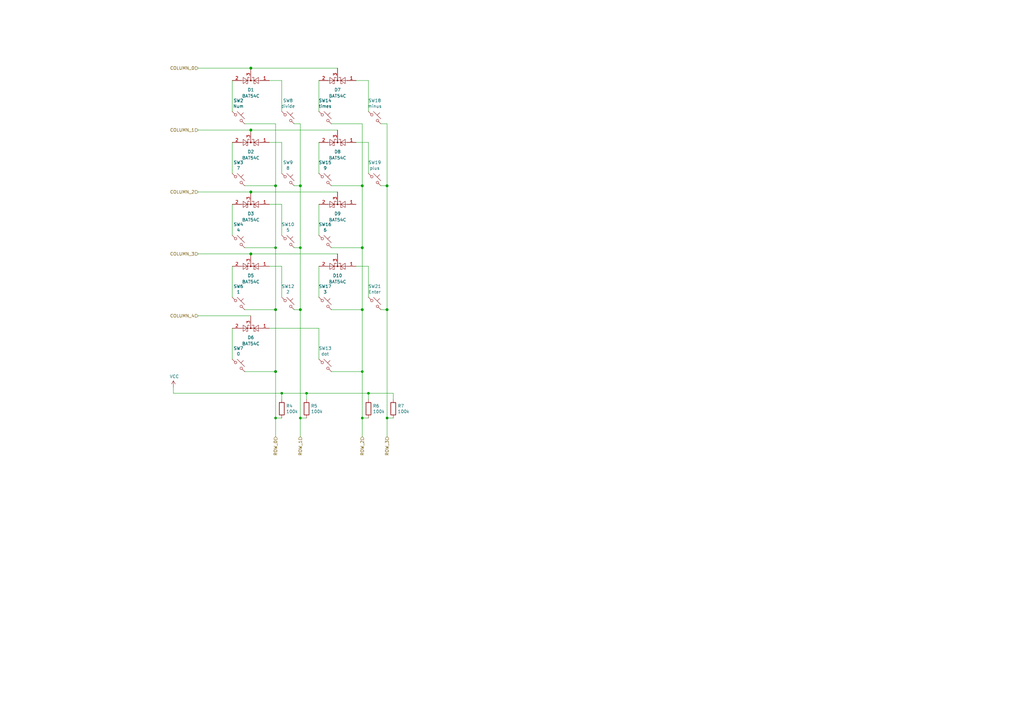
<source format=kicad_sch>
(kicad_sch (version 20210126) (generator eeschema)
  (paper "A3")
  (lib_symbols
    (symbol "Device:R" (pin_numbers hide) (pin_names (offset 0))
      (property "Reference" "R" (at 2.032 0 90))
      (property "Value" "R" (at 0 0 90))
      (symbol "R_0_1"
        (rectangle (start -1.016 -2.54) (end 1.016 2.54) (stroke (width 0.254)))
      )
      (symbol "R_1_1"
        (pin passive line (at 0 3.81 270) (length 1.27) (name "~") (number "1"))
        (pin passive line (at 0 -3.81 90) (length 1.27) (name "~") (number "2"))
      )
    )
    (symbol "Diode:BAT54C" (pin_names (offset 1.016))
      (property "Reference" "D" (at 0.635 -3.81 0))
      (property "Value" "BAT54C" (at -6.35 3.175 0))
      (symbol "BAT54C_0_1"
        (circle (center 0 0) (radius 0.254) (fill (type outline)))
        (polyline (pts (xy -1.905 0) (xy 1.905 0)))
        (polyline (pts (xy -1.905 1.27) (xy -1.905 1.016)))
        (polyline (pts (xy -1.27 -1.27) (xy -0.635 -1.27)))
        (polyline (pts (xy -1.27 0) (xy -3.81 0)))
        (polyline (pts (xy -1.27 1.27) (xy -1.905 1.27)))
        (polyline (pts (xy -1.27 1.27) (xy -1.27 -1.27)))
        (polyline (pts (xy -0.635 -1.27) (xy -0.635 -1.016)))
        (polyline (pts (xy 0.635 -1.27) (xy 0.635 -1.016)))
        (polyline (pts (xy 1.27 -1.27) (xy 0.635 -1.27)))
        (polyline (pts (xy 1.27 1.27) (xy 1.27 -1.27)))
        (polyline (pts (xy 1.27 1.27) (xy 1.905 1.27)))
        (polyline (pts (xy 1.905 1.27) (xy 1.905 1.016)))
        (polyline (pts (xy 3.81 0) (xy 1.27 0)))
        (polyline (pts (xy -3.175 -1.27) (xy -3.175 1.27) (xy -1.27 0) (xy -3.175 -1.27)))
        (polyline (pts (xy 3.175 -1.27) (xy 3.175 1.27) (xy 1.27 0) (xy 3.175 -1.27)))
      )
      (symbol "BAT54C_1_1"
        (pin passive line (at -7.62 0 0) (length 3.81) (name "~") (number "1"))
        (pin passive line (at 7.62 0 180) (length 3.81) (name "~") (number "2"))
        (pin passive line (at 0 -5.08 90) (length 5.08) (name "~") (number "3"))
      )
    )
    (symbol "Switch:SW_Push_45deg" (pin_numbers hide) (pin_names (offset 1.016) hide)
      (property "Reference" "SW" (at 3.048 1.016 0))
      (property "Value" "SW_Push_45deg" (at 0 -3.81 0))
      (symbol "SW_Push_45deg_0_1"
        (circle (center -1.1684 1.1684) (radius 0.508))
        (circle (center 1.143 -1.1938) (radius 0.508))
        (polyline (pts (xy -0.508 2.54) (xy 2.54 -0.508)))
        (polyline (pts (xy 1.016 1.016) (xy 2.032 2.032)))
        (polyline (pts (xy -2.54 2.54) (xy -1.524 1.524) (xy -1.524 1.524)))
        (polyline (pts (xy 1.524 -1.524) (xy 2.54 -2.54) (xy 2.54 -2.54) (xy 2.54 -2.54)))
        (pin passive line (at -2.54 2.54 0) (length 0) (name "1") (number "1"))
        (pin passive line (at 2.54 -2.54 180) (length 0) (name "2") (number "2"))
      )
    )
    (symbol "power:VCC" (power) (pin_names (offset 0))
      (property "Value" "VCC" (at 0 3.81 0))
      (symbol "VCC_0_1"
        (polyline (pts (xy -0.762 1.27) (xy 0 2.54)))
        (polyline (pts (xy 0 0) (xy 0 2.54)))
        (polyline (pts (xy 0 2.54) (xy 0.762 1.27)))
      )
      (symbol "VCC_1_1"
        (pin power_in line (at 0 0 90) (length 0) hide (name "VCC") (number "1"))
      )
    )
  )
  (junction (at 102.87 27.94) (diameter 1.016))
  (junction (at 102.87 53.34) (diameter 1.016))
  (junction (at 102.87 78.74) (diameter 1.016))
  (junction (at 102.87 104.14) (diameter 1.016))
  (junction (at 113.03 76.2) (diameter 1.016))
  (junction (at 113.03 101.6) (diameter 0.9144))
  (junction (at 113.03 127) (diameter 1.016))
  (junction (at 113.03 152.4) (diameter 1.016))
  (junction (at 113.03 171.45) (diameter 0.9144))
  (junction (at 115.57 161.29) (diameter 0.9144))
  (junction (at 123.19 76.2) (diameter 1.016))
  (junction (at 123.19 101.6) (diameter 0.9144))
  (junction (at 123.19 127) (diameter 1.016))
  (junction (at 123.19 171.45) (diameter 0.9144))
  (junction (at 125.73 161.29) (diameter 0.9144))
  (junction (at 148.59 76.2) (diameter 1.016))
  (junction (at 148.59 101.6) (diameter 1.016))
  (junction (at 148.59 127) (diameter 1.016))
  (junction (at 148.59 152.4) (diameter 0.9144))
  (junction (at 148.59 171.45) (diameter 0.9144))
  (junction (at 151.13 161.29) (diameter 0.9144))
  (junction (at 158.75 76.2) (diameter 1.016))
  (junction (at 158.75 127) (diameter 1.016))
  (junction (at 158.75 171.45) (diameter 0.9144))
  (wire (pts (xy 71.12 161.29) (xy 71.12 158.75)))
  (wire (pts (xy 81.28 53.34) (xy 102.87 53.34)))
  (wire (pts (xy 81.28 78.74) (xy 102.87 78.74)))
  (wire (pts (xy 81.28 104.14) (xy 102.87 104.14)))
  (wire (pts (xy 81.28 129.54) (xy 102.87 129.54)))
  (wire (pts (xy 95.25 33.02) (xy 95.25 45.72)))
  (wire (pts (xy 95.25 58.42) (xy 95.25 71.12)))
  (wire (pts (xy 95.25 83.82) (xy 95.25 96.52)))
  (wire (pts (xy 95.25 109.22) (xy 95.25 121.92)))
  (wire (pts (xy 95.25 134.62) (xy 95.25 147.32)))
  (wire (pts (xy 100.33 50.8) (xy 113.03 50.8)))
  (wire (pts (xy 100.33 76.2) (xy 113.03 76.2)))
  (wire (pts (xy 100.33 101.6) (xy 113.03 101.6)))
  (wire (pts (xy 100.33 127) (xy 113.03 127)))
  (wire (pts (xy 100.33 152.4) (xy 113.03 152.4)))
  (wire (pts (xy 102.87 27.94) (xy 81.28 27.94)))
  (wire (pts (xy 102.87 27.94) (xy 138.43 27.94)))
  (wire (pts (xy 102.87 53.34) (xy 138.43 53.34)))
  (wire (pts (xy 102.87 78.74) (xy 138.43 78.74)))
  (wire (pts (xy 102.87 104.14) (xy 138.43 104.14)))
  (wire (pts (xy 110.49 33.02) (xy 115.57 33.02)))
  (wire (pts (xy 110.49 58.42) (xy 115.57 58.42)))
  (wire (pts (xy 110.49 83.82) (xy 115.57 83.82)))
  (wire (pts (xy 110.49 109.22) (xy 115.57 109.22)))
  (wire (pts (xy 110.49 134.62) (xy 130.81 134.62)))
  (wire (pts (xy 113.03 50.8) (xy 113.03 76.2)))
  (wire (pts (xy 113.03 76.2) (xy 113.03 101.6)))
  (wire (pts (xy 113.03 101.6) (xy 113.03 127)))
  (wire (pts (xy 113.03 127) (xy 113.03 152.4)))
  (wire (pts (xy 113.03 152.4) (xy 113.03 171.45)))
  (wire (pts (xy 113.03 171.45) (xy 113.03 179.07)))
  (wire (pts (xy 113.03 171.45) (xy 115.57 171.45)))
  (wire (pts (xy 115.57 33.02) (xy 115.57 45.72)))
  (wire (pts (xy 115.57 58.42) (xy 115.57 71.12)))
  (wire (pts (xy 115.57 83.82) (xy 115.57 96.52)))
  (wire (pts (xy 115.57 109.22) (xy 115.57 121.92)))
  (wire (pts (xy 115.57 161.29) (xy 71.12 161.29)))
  (wire (pts (xy 115.57 161.29) (xy 115.57 163.83)))
  (wire (pts (xy 115.57 161.29) (xy 125.73 161.29)))
  (wire (pts (xy 120.65 50.8) (xy 123.19 50.8)))
  (wire (pts (xy 120.65 76.2) (xy 123.19 76.2)))
  (wire (pts (xy 120.65 101.6) (xy 123.19 101.6)))
  (wire (pts (xy 120.65 127) (xy 123.19 127)))
  (wire (pts (xy 123.19 50.8) (xy 123.19 76.2)))
  (wire (pts (xy 123.19 76.2) (xy 123.19 101.6)))
  (wire (pts (xy 123.19 101.6) (xy 123.19 127)))
  (wire (pts (xy 123.19 127) (xy 123.19 171.45)))
  (wire (pts (xy 123.19 171.45) (xy 123.19 179.07)))
  (wire (pts (xy 123.19 171.45) (xy 125.73 171.45)))
  (wire (pts (xy 125.73 161.29) (xy 125.73 163.83)))
  (wire (pts (xy 125.73 161.29) (xy 151.13 161.29)))
  (wire (pts (xy 130.81 33.02) (xy 130.81 45.72)))
  (wire (pts (xy 130.81 58.42) (xy 130.81 71.12)))
  (wire (pts (xy 130.81 83.82) (xy 130.81 96.52)))
  (wire (pts (xy 130.81 109.22) (xy 130.81 121.92)))
  (wire (pts (xy 130.81 134.62) (xy 130.81 147.32)))
  (wire (pts (xy 135.89 50.8) (xy 148.59 50.8)))
  (wire (pts (xy 135.89 76.2) (xy 148.59 76.2)))
  (wire (pts (xy 135.89 101.6) (xy 148.59 101.6)))
  (wire (pts (xy 135.89 127) (xy 148.59 127)))
  (wire (pts (xy 135.89 152.4) (xy 148.59 152.4)))
  (wire (pts (xy 146.05 33.02) (xy 151.13 33.02)))
  (wire (pts (xy 146.05 58.42) (xy 151.13 58.42)))
  (wire (pts (xy 146.05 109.22) (xy 151.13 109.22)))
  (wire (pts (xy 148.59 50.8) (xy 148.59 76.2)))
  (wire (pts (xy 148.59 76.2) (xy 148.59 101.6)))
  (wire (pts (xy 148.59 101.6) (xy 148.59 127)))
  (wire (pts (xy 148.59 127) (xy 148.59 152.4)))
  (wire (pts (xy 148.59 152.4) (xy 148.59 171.45)))
  (wire (pts (xy 148.59 171.45) (xy 148.59 179.07)))
  (wire (pts (xy 148.59 171.45) (xy 151.13 171.45)))
  (wire (pts (xy 151.13 33.02) (xy 151.13 45.72)))
  (wire (pts (xy 151.13 58.42) (xy 151.13 71.12)))
  (wire (pts (xy 151.13 109.22) (xy 151.13 121.92)))
  (wire (pts (xy 151.13 161.29) (xy 151.13 163.83)))
  (wire (pts (xy 151.13 161.29) (xy 161.29 161.29)))
  (wire (pts (xy 156.21 50.8) (xy 158.75 50.8)))
  (wire (pts (xy 156.21 76.2) (xy 158.75 76.2)))
  (wire (pts (xy 156.21 127) (xy 158.75 127)))
  (wire (pts (xy 158.75 50.8) (xy 158.75 76.2)))
  (wire (pts (xy 158.75 76.2) (xy 158.75 127)))
  (wire (pts (xy 158.75 127) (xy 158.75 171.45)))
  (wire (pts (xy 158.75 171.45) (xy 158.75 179.07)))
  (wire (pts (xy 158.75 171.45) (xy 161.29 171.45)))
  (wire (pts (xy 161.29 161.29) (xy 161.29 163.83)))
  (hierarchical_label "COLUMN_0" (shape input) (at 81.28 27.94 180))
  (hierarchical_label "COLUMN_1" (shape input) (at 81.28 53.34 180))
  (hierarchical_label "COLUMN_2" (shape input) (at 81.28 78.74 180))
  (hierarchical_label "COLUMN_3" (shape input) (at 81.28 104.14 180))
  (hierarchical_label "COLUMN_4" (shape input) (at 81.28 129.54 180))
  (hierarchical_label "ROW_0" (shape input) (at 113.03 179.07 270))
  (hierarchical_label "ROW_1" (shape input) (at 123.19 179.07 270))
  (hierarchical_label "ROW_2" (shape input) (at 148.59 179.07 270))
  (hierarchical_label "ROW_3" (shape input) (at 158.75 179.07 270))
  (symbol (lib_id "power:VCC") (at 71.12 158.75 0) (unit 1)
    (property "Reference" "#PWR0114" (effects hide))
    (property "Value" "VCC" (at 71.4883 154.4256 0))
  )
  (symbol (lib_id "Device:R") (at 115.57 167.64 0) (unit 1)
    (property "Reference" "R4" (at 117.3481 166.4906 0) (effects (justify left)))
    (property "Value" "100k" (at 117.3481 168.7893 0) (effects (justify left)))
    (property "Footprint" "Resistor_SMD:R_0603_1608Metric_Pad0.98x0.95mm_HandSolder" (effects hide))
  )
  (symbol (lib_id "Device:R") (at 125.73 167.64 0) (unit 1)
    (property "Reference" "R5" (at 127.5081 166.4906 0) (effects (justify left)))
    (property "Value" "100k" (at 127.5081 168.7893 0) (effects (justify left)))
    (property "Footprint" "Resistor_SMD:R_0603_1608Metric_Pad0.98x0.95mm_HandSolder" (effects hide))
  )
  (symbol (lib_id "Device:R") (at 151.13 167.64 0) (unit 1)
    (property "Reference" "R6" (at 152.9081 166.4906 0) (effects (justify left)))
    (property "Value" "100k" (at 152.9081 168.7893 0) (effects (justify left)))
    (property "Footprint" "Resistor_SMD:R_0603_1608Metric_Pad0.98x0.95mm_HandSolder" (effects hide))
  )
  (symbol (lib_id "Device:R") (at 161.29 167.64 0) (unit 1)
    (property "Reference" "R7" (at 163.0681 166.4906 0) (effects (justify left)))
    (property "Value" "100k" (at 163.0681 168.7893 0) (effects (justify left)))
    (property "Footprint" "Resistor_SMD:R_0603_1608Metric_Pad0.98x0.95mm_HandSolder" (effects hide))
  )
  (symbol (lib_id "Switch:SW_Push_45deg") (at 97.79 48.26 0) (unit 1)
    (property "Reference" "SW2" (at 97.79 41.2558 0))
    (property "Value" "Num" (at 97.79 43.555 0))
    (property "Footprint" "footprints:SW_Cherry_MX_1.00u_PCB" (effects hide))
  )
  (symbol (lib_id "Switch:SW_Push_45deg") (at 97.79 73.66 0) (unit 1)
    (property "Reference" "SW3" (at 97.79 66.6558 0))
    (property "Value" "7" (at 97.79 68.954 0))
    (property "Footprint" "footprints:SW_Cherry_MX_1.00u_PCB" (effects hide))
  )
  (symbol (lib_id "Switch:SW_Push_45deg") (at 97.79 99.06 0) (unit 1)
    (property "Reference" "SW4" (at 97.79 92.0558 0))
    (property "Value" "4" (at 97.79 94.354 0))
    (property "Footprint" "footprints:SW_Cherry_MX_1.00u_PCB" (effects hide))
  )
  (symbol (lib_id "Switch:SW_Push_45deg") (at 97.79 124.46 0) (unit 1)
    (property "Reference" "SW6" (at 97.79 117.4558 0))
    (property "Value" "1" (at 97.79 119.754 0))
    (property "Footprint" "footprints:SW_Cherry_MX_1.00u_PCB" (effects hide))
  )
  (symbol (lib_id "Switch:SW_Push_45deg") (at 97.79 149.86 0) (unit 1)
    (property "Reference" "SW7" (at 97.79 142.8558 0))
    (property "Value" "0" (at 97.79 145.154 0))
    (property "Footprint" "footprints:SW_Cherry_MX_2.00u_PCB" (effects hide))
  )
  (symbol (lib_id "Switch:SW_Push_45deg") (at 118.11 48.26 0) (unit 1)
    (property "Reference" "SW8" (at 118.11 41.2558 0))
    (property "Value" "divide" (at 118.11 43.555 0))
    (property "Footprint" "footprints:SW_Cherry_MX_1.00u_PCB" (effects hide))
  )
  (symbol (lib_id "Switch:SW_Push_45deg") (at 118.11 73.66 0) (unit 1)
    (property "Reference" "SW9" (at 118.11 66.6558 0))
    (property "Value" "8" (at 118.11 68.954 0))
    (property "Footprint" "footprints:SW_Cherry_MX_1.00u_PCB" (effects hide))
  )
  (symbol (lib_id "Switch:SW_Push_45deg") (at 118.11 99.06 0) (unit 1)
    (property "Reference" "SW10" (at 118.11 92.0558 0))
    (property "Value" "5" (at 118.11 94.354 0))
    (property "Footprint" "footprints:SW_Cherry_MX_1.00u_PCB" (effects hide))
  )
  (symbol (lib_id "Switch:SW_Push_45deg") (at 118.11 124.46 0) (unit 1)
    (property "Reference" "SW12" (at 118.11 117.4558 0))
    (property "Value" "2" (at 118.11 119.754 0))
    (property "Footprint" "footprints:SW_Cherry_MX_1.00u_PCB" (effects hide))
  )
  (symbol (lib_id "Switch:SW_Push_45deg") (at 133.35 48.26 0) (unit 1)
    (property "Reference" "SW14" (at 133.35 41.2558 0))
    (property "Value" "times" (at 133.35 43.555 0))
    (property "Footprint" "footprints:SW_Cherry_MX_1.00u_PCB" (effects hide))
  )
  (symbol (lib_id "Switch:SW_Push_45deg") (at 133.35 73.66 0) (unit 1)
    (property "Reference" "SW15" (at 133.35 66.6558 0))
    (property "Value" "9" (at 133.35 68.955 0))
    (property "Footprint" "footprints:SW_Cherry_MX_1.00u_PCB" (effects hide))
  )
  (symbol (lib_id "Switch:SW_Push_45deg") (at 133.35 99.06 0) (unit 1)
    (property "Reference" "SW16" (at 133.35 92.0558 0))
    (property "Value" "6" (at 133.35 94.355 0))
    (property "Footprint" "footprints:SW_Cherry_MX_1.00u_PCB" (effects hide))
  )
  (symbol (lib_id "Switch:SW_Push_45deg") (at 133.35 124.46 0) (unit 1)
    (property "Reference" "SW17" (at 133.35 117.4558 0))
    (property "Value" "3" (at 133.35 119.755 0))
    (property "Footprint" "footprints:SW_Cherry_MX_1.00u_PCB" (effects hide))
  )
  (symbol (lib_id "Switch:SW_Push_45deg") (at 133.35 149.86 0) (unit 1)
    (property "Reference" "SW13" (at 133.35 142.8558 0))
    (property "Value" "dot" (at 133.35 145.155 0))
    (property "Footprint" "footprints:SW_Cherry_MX_1.00u_PCB" (effects hide))
  )
  (symbol (lib_id "Switch:SW_Push_45deg") (at 153.67 48.26 0) (unit 1)
    (property "Reference" "SW18" (at 153.67 41.2558 0))
    (property "Value" "minus" (at 153.67 43.555 0))
    (property "Footprint" "footprints:SW_Cherry_MX_1.00u_PCB" (effects hide))
  )
  (symbol (lib_id "Switch:SW_Push_45deg") (at 153.67 73.66 0) (unit 1)
    (property "Reference" "SW19" (at 153.67 66.6558 0))
    (property "Value" "plus" (at 153.67 68.955 0))
    (property "Footprint" "footprints:SW_Cherry_MX_2.00u_PCB" (effects hide))
  )
  (symbol (lib_id "Switch:SW_Push_45deg") (at 153.67 124.46 0) (unit 1)
    (property "Reference" "SW21" (at 153.67 117.4558 0))
    (property "Value" "Enter" (at 153.67 119.755 0))
    (property "Footprint" "footprints:SW_Cherry_MX_2.00u_PCB" (effects hide))
  )
  (symbol (lib_id "Diode:BAT54C") (at 102.87 33.02 180) (unit 1)
    (property "Reference" "D1" (at 102.87 36.83 0))
    (property "Value" "BAT54C" (at 102.87 39.37 0))
    (property "Footprint" "Package_TO_SOT_SMD:SOT-23" (effects hide))
    (property "Datasheet" "https://www.mouser.de/datasheet/2/1057/BAT54_SERIES-1869048.pdf" (effects hide))
    (property "Part Name" "BAT54A" (effects hide))
    (property "Mouser" " 241-BAT54A_R1_00001 " (effects hide))
  )
  (symbol (lib_id "Diode:BAT54C") (at 102.87 58.42 180) (unit 1)
    (property "Reference" "D2" (at 102.87 62.23 0))
    (property "Value" "BAT54C" (at 102.87 64.77 0))
    (property "Footprint" "Package_TO_SOT_SMD:SOT-23" (effects hide))
    (property "Datasheet" "https://www.mouser.de/datasheet/2/1057/BAT54_SERIES-1869048.pdf" (effects hide))
    (property "Part Name" "BAT54A" (effects hide))
    (property "Mouser" " 241-BAT54A_R1_00001 " (effects hide))
  )
  (symbol (lib_id "Diode:BAT54C") (at 102.87 83.82 180) (unit 1)
    (property "Reference" "D3" (at 102.87 87.63 0))
    (property "Value" "BAT54C" (at 102.87 90.17 0))
    (property "Footprint" "Package_TO_SOT_SMD:SOT-23" (effects hide))
    (property "Datasheet" "https://www.mouser.de/datasheet/2/1057/BAT54_SERIES-1869048.pdf" (effects hide))
    (property "Part Name" "BAT54A" (effects hide))
    (property "Mouser" " 241-BAT54A_R1_00001 " (effects hide))
  )
  (symbol (lib_id "Diode:BAT54C") (at 102.87 109.22 180) (unit 1)
    (property "Reference" "D5" (at 102.87 113.03 0))
    (property "Value" "BAT54C" (at 102.87 115.57 0))
    (property "Footprint" "Package_TO_SOT_SMD:SOT-23" (effects hide))
    (property "Datasheet" "https://www.mouser.de/datasheet/2/1057/BAT54_SERIES-1869048.pdf" (effects hide))
    (property "Part Name" "BAT54A" (effects hide))
    (property "Mouser" " 241-BAT54A_R1_00001 " (effects hide))
  )
  (symbol (lib_id "Diode:BAT54C") (at 102.87 134.62 180) (unit 1)
    (property "Reference" "D6" (at 102.87 138.43 0))
    (property "Value" "BAT54C" (at 102.87 140.97 0))
    (property "Footprint" "Package_TO_SOT_SMD:SOT-23" (effects hide))
    (property "Datasheet" "https://www.mouser.de/datasheet/2/1057/BAT54_SERIES-1869048.pdf" (effects hide))
    (property "Part Name" "BAT54A" (effects hide))
    (property "Mouser" " 241-BAT54A_R1_00001 " (effects hide))
  )
  (symbol (lib_id "Diode:BAT54C") (at 138.43 33.02 180) (unit 1)
    (property "Reference" "D7" (at 138.43 36.83 0))
    (property "Value" "BAT54C" (at 138.43 39.37 0))
    (property "Footprint" "Package_TO_SOT_SMD:SOT-23" (effects hide))
    (property "Datasheet" "https://www.mouser.de/datasheet/2/1057/BAT54_SERIES-1869048.pdf" (effects hide))
    (property "Part Name" "BAT54A" (effects hide))
    (property "Mouser" " 241-BAT54A_R1_00001 " (effects hide))
  )
  (symbol (lib_id "Diode:BAT54C") (at 138.43 58.42 180) (unit 1)
    (property "Reference" "D8" (at 138.43 62.23 0))
    (property "Value" "BAT54C" (at 138.43 64.77 0))
    (property "Footprint" "Package_TO_SOT_SMD:SOT-23" (effects hide))
    (property "Datasheet" "https://www.mouser.de/datasheet/2/1057/BAT54_SERIES-1869048.pdf" (effects hide))
    (property "Part Name" "BAT54A" (effects hide))
    (property "Mouser" " 241-BAT54A_R1_00001 " (effects hide))
  )
  (symbol (lib_id "Diode:BAT54C") (at 138.43 83.82 180) (unit 1)
    (property "Reference" "D9" (at 138.43 87.63 0))
    (property "Value" "BAT54C" (at 138.43 90.17 0))
    (property "Footprint" "Package_TO_SOT_SMD:SOT-23" (effects hide))
    (property "Datasheet" "https://www.mouser.de/datasheet/2/1057/BAT54_SERIES-1869048.pdf" (effects hide))
    (property "Part Name" "BAT54A" (effects hide))
    (property "Mouser" " 241-BAT54A_R1_00001 " (effects hide))
  )
  (symbol (lib_id "Diode:BAT54C") (at 138.43 109.22 180) (unit 1)
    (property "Reference" "D10" (at 138.43 113.03 0))
    (property "Value" "BAT54C" (at 138.43 115.57 0))
    (property "Footprint" "Package_TO_SOT_SMD:SOT-23" (effects hide))
    (property "Datasheet" "https://www.mouser.de/datasheet/2/1057/BAT54_SERIES-1869048.pdf" (effects hide))
    (property "Part Name" "BAT54A" (effects hide))
    (property "Mouser" " 241-BAT54A_R1_00001 " (effects hide))
  )
)
</source>
